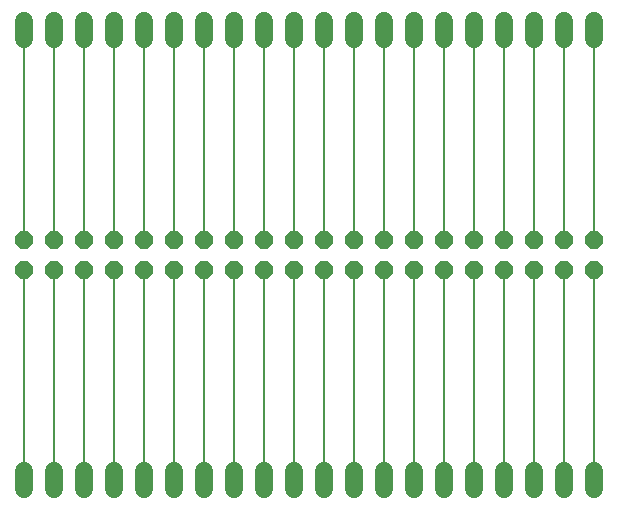
<source format=gbr>
G04 EAGLE Gerber X2 export*
%TF.Part,Single*%
%TF.FileFunction,Copper,L1,Top,Mixed*%
%TF.FilePolarity,Positive*%
%TF.GenerationSoftware,Autodesk,EAGLE,9.0.0*%
%TF.CreationDate,2018-04-25T07:48:58Z*%
G75*
%MOMM*%
%FSLAX34Y34*%
%LPD*%
%AMOC8*
5,1,8,0,0,1.08239X$1,22.5*%
G01*
%ADD10C,1.524000*%
%ADD11P,1.649562X8X22.500000*%
%ADD12C,0.152400*%


D10*
X139700Y55880D02*
X139700Y71120D01*
X165100Y71120D02*
X165100Y55880D01*
X190500Y55880D02*
X190500Y71120D01*
X215900Y71120D02*
X215900Y55880D01*
X241300Y55880D02*
X241300Y71120D01*
X266700Y71120D02*
X266700Y55880D01*
X292100Y55880D02*
X292100Y71120D01*
X317500Y71120D02*
X317500Y55880D01*
X342900Y55880D02*
X342900Y71120D01*
X368300Y71120D02*
X368300Y55880D01*
X393700Y55880D02*
X393700Y71120D01*
X419100Y71120D02*
X419100Y55880D01*
X444500Y55880D02*
X444500Y71120D01*
X469900Y71120D02*
X469900Y55880D01*
X495300Y55880D02*
X495300Y71120D01*
X520700Y71120D02*
X520700Y55880D01*
X546100Y55880D02*
X546100Y71120D01*
X571500Y71120D02*
X571500Y55880D01*
X596900Y55880D02*
X596900Y71120D01*
X622300Y71120D02*
X622300Y55880D01*
X139700Y436880D02*
X139700Y452120D01*
X165100Y452120D02*
X165100Y436880D01*
X190500Y436880D02*
X190500Y452120D01*
X215900Y452120D02*
X215900Y436880D01*
X241300Y436880D02*
X241300Y452120D01*
X266700Y452120D02*
X266700Y436880D01*
X292100Y436880D02*
X292100Y452120D01*
X317500Y452120D02*
X317500Y436880D01*
X342900Y436880D02*
X342900Y452120D01*
X368300Y452120D02*
X368300Y436880D01*
X393700Y436880D02*
X393700Y452120D01*
X419100Y452120D02*
X419100Y436880D01*
X444500Y436880D02*
X444500Y452120D01*
X469900Y452120D02*
X469900Y436880D01*
X495300Y436880D02*
X495300Y452120D01*
X520700Y452120D02*
X520700Y436880D01*
X546100Y436880D02*
X546100Y452120D01*
X571500Y452120D02*
X571500Y436880D01*
X596900Y436880D02*
X596900Y452120D01*
X622300Y452120D02*
X622300Y436880D01*
D11*
X139700Y241300D03*
X139700Y266700D03*
X165100Y241300D03*
X165100Y266700D03*
X190500Y241300D03*
X190500Y266700D03*
X215900Y241300D03*
X215900Y266700D03*
X241300Y241300D03*
X241300Y266700D03*
X266700Y241300D03*
X266700Y266700D03*
X292100Y241300D03*
X292100Y266700D03*
X317500Y241300D03*
X317500Y266700D03*
X342900Y241300D03*
X342900Y266700D03*
X368300Y241300D03*
X368300Y266700D03*
X393700Y241300D03*
X393700Y266700D03*
X419100Y241300D03*
X419100Y266700D03*
X444500Y241300D03*
X444500Y266700D03*
X469900Y241300D03*
X469900Y266700D03*
X495300Y241300D03*
X495300Y266700D03*
X520700Y241300D03*
X520700Y266700D03*
X546100Y241300D03*
X546100Y266700D03*
X571500Y241300D03*
X571500Y266700D03*
X596900Y241300D03*
X596900Y266700D03*
X622300Y241300D03*
X622300Y266700D03*
D12*
X139700Y241300D02*
X139700Y63500D01*
X165100Y63500D02*
X165100Y241300D01*
X190500Y241300D02*
X190500Y63500D01*
X215900Y63500D02*
X215900Y241300D01*
X241300Y241300D02*
X241300Y63500D01*
X266700Y63500D02*
X266700Y241300D01*
X292100Y241300D02*
X292100Y63500D01*
X317500Y63500D02*
X317500Y241300D01*
X342900Y241300D02*
X342900Y63500D01*
X368300Y63500D02*
X368300Y241300D01*
X393700Y241300D02*
X393700Y63500D01*
X419100Y63500D02*
X419100Y241300D01*
X444500Y241300D02*
X444500Y63500D01*
X469900Y63500D02*
X469900Y241300D01*
X495300Y241300D02*
X495300Y63500D01*
X520700Y63500D02*
X520700Y241300D01*
X546100Y241300D02*
X546100Y63500D01*
X571500Y63500D02*
X571500Y241300D01*
X596900Y241300D02*
X596900Y63500D01*
X622300Y63500D02*
X622300Y241300D01*
X139700Y266700D02*
X139700Y444500D01*
X165100Y444500D02*
X165100Y266700D01*
X190500Y266700D02*
X190500Y444500D01*
X215900Y444500D02*
X215900Y266700D01*
X241300Y266700D02*
X241300Y444500D01*
X266700Y444500D02*
X266700Y266700D01*
X495300Y266700D02*
X495300Y444500D01*
X292100Y444500D02*
X292100Y266700D01*
X317500Y266700D02*
X317500Y444500D01*
X342900Y444500D02*
X342900Y266700D01*
X368300Y266700D02*
X368300Y444500D01*
X393700Y444500D02*
X393700Y266700D01*
X419100Y266700D02*
X419100Y444500D01*
X444500Y444500D02*
X444500Y266700D01*
X469900Y266700D02*
X469900Y444500D01*
X520700Y444500D02*
X520700Y266700D01*
X546100Y266700D02*
X546100Y444500D01*
X571500Y444500D02*
X571500Y266700D01*
X596900Y266700D02*
X596900Y444500D01*
X622300Y444500D02*
X622300Y266700D01*
M02*

</source>
